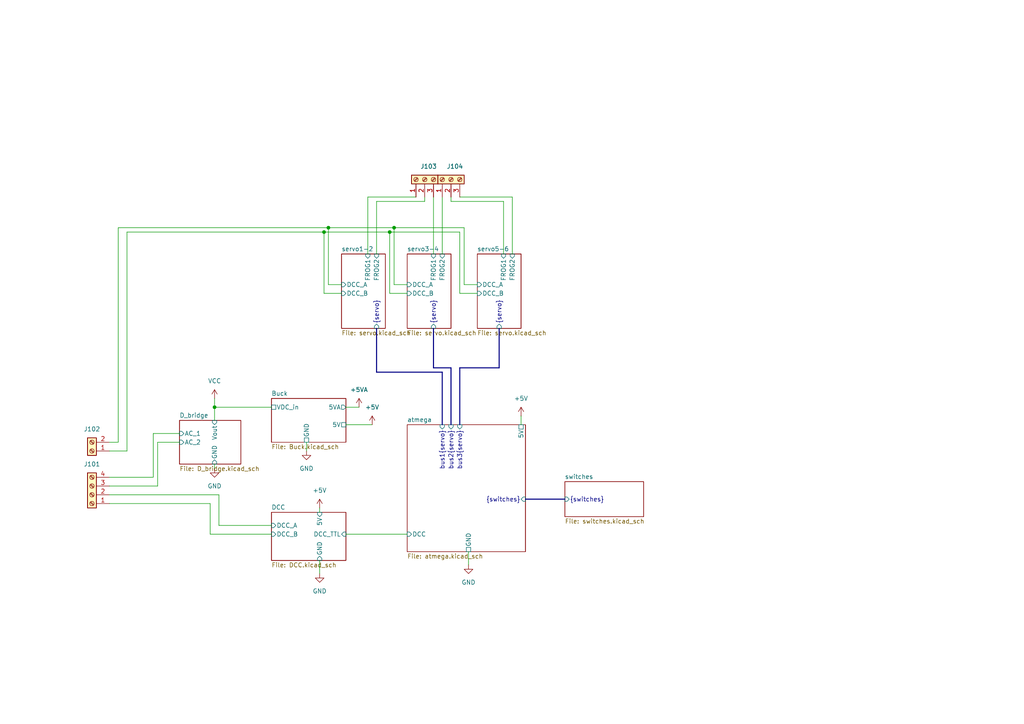
<source format=kicad_sch>
(kicad_sch (version 20231120) (generator "eeschema") (generator_version "8.0")
  (paper "A4")
  (lib_symbols
    (symbol "Connector:Screw_Terminal_01x02" (pin_names (offset 1.016) hide)
      (property "Reference" "J" (at 0 2.54 0))
      (property "Value" "Screw_Terminal_01x02" (at 0 -5.08 0))
      (symbol "Screw_Terminal_01x02_1_1"
        (rectangle (start -1.27 1.27) (end 1.27 -3.81) (stroke (width 0.254)) (fill (type background)))
        (circle (center 0 -2.54) (radius 0.635) (stroke (width 0.1524)))
        (polyline (pts (xy -0.5334 -2.2098) (xy 0.3302 -3.048)) (stroke (width 0.1524)))
        (polyline (pts (xy -0.5334 0.3302) (xy 0.3302 -0.508)) (stroke (width 0.1524)))
        (polyline (pts (xy -0.3556 -2.032) (xy 0.508 -2.8702)) (stroke (width 0.1524)))
        (polyline (pts (xy -0.3556 0.508) (xy 0.508 -0.3302)) (stroke (width 0.1524)))
        (circle (center 0 0) (radius 0.635) (stroke (width 0.1524)))
        (pin passive line (at -5.08 0 0) (length 3.81) (name "Pin_1") (number "1"))
        (pin passive line (at -5.08 -2.54 0) (length 3.81) (name "Pin_2") (number "2"))
      )
    )
    (symbol "Connector:Screw_Terminal_01x03" (pin_names (offset 1.016) hide)
      (property "Reference" "J" (at 0 5.08 0))
      (property "Value" "Screw_Terminal_01x03" (at 0 -5.08 0))
      (symbol "Screw_Terminal_01x03_1_1"
        (rectangle (start -1.27 3.81) (end 1.27 -3.81) (stroke (width 0.254)) (fill (type background)))
        (circle (center 0 -2.54) (radius 0.635) (stroke (width 0.1524)))
        (polyline (pts (xy -0.5334 -2.2098) (xy 0.3302 -3.048)) (stroke (width 0.1524)))
        (polyline (pts (xy -0.5334 0.3302) (xy 0.3302 -0.508)) (stroke (width 0.1524)))
        (polyline (pts (xy -0.5334 2.8702) (xy 0.3302 2.032)) (stroke (width 0.1524)))
        (polyline (pts (xy -0.3556 -2.032) (xy 0.508 -2.8702)) (stroke (width 0.1524)))
        (polyline (pts (xy -0.3556 0.508) (xy 0.508 -0.3302)) (stroke (width 0.1524)))
        (polyline (pts (xy -0.3556 3.048) (xy 0.508 2.2098)) (stroke (width 0.1524)))
        (circle (center 0 0) (radius 0.635) (stroke (width 0.1524)))
        (circle (center 0 2.54) (radius 0.635) (stroke (width 0.1524)))
        (pin passive line (at -5.08 2.54 0) (length 3.81) (name "Pin_1") (number "1"))
        (pin passive line (at -5.08 0 0) (length 3.81) (name "Pin_2") (number "2"))
        (pin passive line (at -5.08 -2.54 0) (length 3.81) (name "Pin_3") (number "3"))
      )
    )
    (symbol "Connector:Screw_Terminal_01x04" (pin_names (offset 1.016) hide)
      (property "Reference" "J" (at 0 5.08 0))
      (property "Value" "Screw_Terminal_01x04" (at 0 -7.62 0))
      (symbol "Screw_Terminal_01x04_1_1"
        (rectangle (start -1.27 3.81) (end 1.27 -6.35) (stroke (width 0.254)) (fill (type background)))
        (circle (center 0 -5.08) (radius 0.635) (stroke (width 0.1524)))
        (circle (center 0 -2.54) (radius 0.635) (stroke (width 0.1524)))
        (polyline (pts (xy -0.5334 -4.7498) (xy 0.3302 -5.588)) (stroke (width 0.1524)))
        (polyline (pts (xy -0.5334 -2.2098) (xy 0.3302 -3.048)) (stroke (width 0.1524)))
        (polyline (pts (xy -0.5334 0.3302) (xy 0.3302 -0.508)) (stroke (width 0.1524)))
        (polyline (pts (xy -0.5334 2.8702) (xy 0.3302 2.032)) (stroke (width 0.1524)))
        (polyline (pts (xy -0.3556 -4.572) (xy 0.508 -5.4102)) (stroke (width 0.1524)))
        (polyline (pts (xy -0.3556 -2.032) (xy 0.508 -2.8702)) (stroke (width 0.1524)))
        (polyline (pts (xy -0.3556 0.508) (xy 0.508 -0.3302)) (stroke (width 0.1524)))
        (polyline (pts (xy -0.3556 3.048) (xy 0.508 2.2098)) (stroke (width 0.1524)))
        (circle (center 0 0) (radius 0.635) (stroke (width 0.1524)))
        (circle (center 0 2.54) (radius 0.635) (stroke (width 0.1524)))
        (pin passive line (at -5.08 2.54 0) (length 3.81) (name "Pin_1") (number "1"))
        (pin passive line (at -5.08 0 0) (length 3.81) (name "Pin_2") (number "2"))
        (pin passive line (at -5.08 -2.54 0) (length 3.81) (name "Pin_3") (number "3"))
        (pin passive line (at -5.08 -5.08 0) (length 3.81) (name "Pin_4") (number "4"))
      )
    )
    (symbol "power:+5V" (power) (pin_numbers hide) (pin_names (offset 0) hide)
      (property "Value" "+5V" (at 0 3.556 0))
      (symbol "+5V_0_1"
        (polyline (pts (xy -0.762 1.27) (xy 0 2.54)))
        (polyline (pts (xy 0 0) (xy 0 2.54)))
        (polyline (pts (xy 0 2.54) (xy 0.762 1.27)))
      )
      (symbol "+5V_1_1"
        (pin power_in line (at 0 0 90) (length 0) (name "~") (number "1"))
      )
    )
    (symbol "power:+5VA" (power) (pin_names (offset 0))
      (property "Value" "+5VA" (at 0 3.556 0))
      (symbol "+5VA_0_1"
        (polyline (pts (xy -0.762 1.27) (xy 0 2.54)))
        (polyline (pts (xy 0 0) (xy 0 2.54)))
        (polyline (pts (xy 0 2.54) (xy 0.762 1.27)))
      )
      (symbol "+5VA_1_1"
        (pin power_in line (at 0 0 90) (length 0) hide (name "+5VA") (number "1"))
      )
    )
    (symbol "power:GND" (power) (pin_names (offset 0))
      (property "Value" "GND" (at 0 -3.81 0))
      (symbol "GND_0_1"
        (polyline (pts (xy 0 0) (xy 0 -1.27) (xy 1.27 -1.27) (xy 0 -2.54) (xy -1.27 -1.27) (xy 0 -1.27)))
      )
      (symbol "GND_1_1"
        (pin power_in line (at 0 0 270) (length 0) hide (name "GND") (number "1"))
      )
    )
    (symbol "power:VCC" (power) (pin_names (offset 0))
      (property "Value" "VCC" (at 0 3.81 0))
      (symbol "VCC_0_1"
        (polyline (pts (xy -0.762 1.27) (xy 0 2.54)))
        (polyline (pts (xy 0 0) (xy 0 2.54)))
        (polyline (pts (xy 0 2.54) (xy 0.762 1.27)))
      )
      (symbol "VCC_1_1"
        (pin power_in line (at 0 0 90) (length 0) hide (name "VCC") (number "1"))
      )
    )
  )
  (bus_alias "servo" (members "pin1" "pin2" "relay1" "relay2"))
  (bus_alias "switches" (members "sw1" "sw2" "sw3" "sw4" "sw5"))
  (junction (at 93.98 67.31))
  (junction (at 114.3 66.04))
  (junction (at 113.03 67.31))
  (junction (at 62.23 118.11))
  (junction (at 95.25 66.04))
  (wire (pts (xy 88.9 128.27) (xy 88.9 130.81)))
  (bus (pts (xy 144.78 106.68) (xy 144.78 95.25)))
  (bus (pts (xy 109.22 107.95) (xy 109.22 95.25)))
  (bus (pts (xy 125.73 95.25) (xy 125.73 106.68)))
  (wire (pts (xy 133.35 57.15) (xy 148.59 57.15)))
  (wire (pts (xy 31.75 130.81) (xy 36.83 130.81)))
  (wire (pts (xy 130.81 58.42) (xy 146.05 58.42)))
  (wire (pts (xy 125.73 57.15) (xy 125.73 73.66)))
  (wire (pts (xy 114.3 82.55) (xy 114.3 66.04)))
  (wire (pts (xy 93.98 67.31) (xy 113.03 67.31)))
  (wire (pts (xy 63.5 152.4) (xy 78.74 152.4)))
  (wire (pts (xy 60.96 154.94) (xy 78.74 154.94)))
  (wire (pts (xy 99.06 82.55) (xy 95.25 82.55)))
  (wire (pts (xy 118.11 82.55) (xy 114.3 82.55)))
  (wire (pts (xy 148.59 57.15) (xy 148.59 73.66)))
  (wire (pts (xy 44.45 125.73) (xy 52.07 125.73)))
  (wire (pts (xy 62.23 134.62) (xy 62.23 135.89)))
  (wire (pts (xy 138.43 82.55) (xy 134.62 82.55)))
  (wire (pts (xy 31.75 140.97) (xy 45.72 140.97)))
  (wire (pts (xy 92.71 162.56) (xy 92.71 166.37)))
  (bus (pts (xy 152.4 144.78) (xy 163.83 144.78)))
  (wire (pts (xy 133.35 67.31) (xy 133.35 85.09)))
  (wire (pts (xy 31.75 128.27) (xy 34.29 128.27)))
  (wire (pts (xy 36.83 67.31) (xy 36.83 130.81)))
  (wire (pts (xy 123.19 58.42) (xy 109.22 58.42)))
  (wire (pts (xy 128.27 57.15) (xy 128.27 73.66)))
  (wire (pts (xy 31.75 146.05) (xy 60.96 146.05)))
  (wire (pts (xy 106.68 73.66) (xy 106.68 57.15)))
  (wire (pts (xy 93.98 85.09) (xy 93.98 67.31)))
  (wire (pts (xy 63.5 143.51) (xy 63.5 152.4)))
  (wire (pts (xy 62.23 118.11) (xy 78.74 118.11)))
  (wire (pts (xy 60.96 146.05) (xy 60.96 154.94)))
  (wire (pts (xy 134.62 66.04) (xy 114.3 66.04)))
  (wire (pts (xy 109.22 58.42) (xy 109.22 73.66)))
  (wire (pts (xy 106.68 57.15) (xy 120.65 57.15)))
  (wire (pts (xy 95.25 66.04) (xy 34.29 66.04)))
  (bus (pts (xy 133.35 123.19) (xy 133.35 106.68)))
  (wire (pts (xy 31.75 143.51) (xy 63.5 143.51)))
  (bus (pts (xy 125.73 106.68) (xy 130.81 106.68)))
  (wire (pts (xy 130.81 57.15) (xy 130.81 58.42)))
  (wire (pts (xy 100.33 118.11) (xy 104.14 118.11)))
  (wire (pts (xy 62.23 115.57) (xy 62.23 118.11)))
  (wire (pts (xy 62.23 121.92) (xy 62.23 118.11)))
  (wire (pts (xy 146.05 58.42) (xy 146.05 73.66)))
  (wire (pts (xy 31.75 138.43) (xy 44.45 138.43)))
  (wire (pts (xy 36.83 67.31) (xy 93.98 67.31)))
  (wire (pts (xy 45.72 140.97) (xy 45.72 128.27)))
  (wire (pts (xy 99.06 85.09) (xy 93.98 85.09)))
  (wire (pts (xy 134.62 66.04) (xy 134.62 82.55)))
  (wire (pts (xy 151.13 120.65) (xy 151.13 123.19)))
  (wire (pts (xy 45.72 128.27) (xy 52.07 128.27)))
  (bus (pts (xy 133.35 106.68) (xy 144.78 106.68)))
  (bus (pts (xy 130.81 106.68) (xy 130.81 123.19)))
  (wire (pts (xy 113.03 67.31) (xy 113.03 85.09)))
  (wire (pts (xy 92.71 147.32) (xy 92.71 148.59)))
  (wire (pts (xy 135.89 160.02) (xy 135.89 163.83)))
  (wire (pts (xy 34.29 66.04) (xy 34.29 128.27)))
  (bus (pts (xy 128.27 107.95) (xy 109.22 107.95)))
  (wire (pts (xy 95.25 82.55) (xy 95.25 66.04)))
  (bus (pts (xy 128.27 123.19) (xy 128.27 107.95)))
  (wire (pts (xy 100.33 123.19) (xy 107.95 123.19)))
  (wire (pts (xy 113.03 85.09) (xy 118.11 85.09)))
  (wire (pts (xy 100.33 154.94) (xy 118.11 154.94)))
  (wire (pts (xy 44.45 138.43) (xy 44.45 125.73)))
  (wire (pts (xy 114.3 66.04) (xy 95.25 66.04)))
  (wire (pts (xy 133.35 85.09) (xy 138.43 85.09)))
  (wire (pts (xy 113.03 67.31) (xy 133.35 67.31)))
  (wire (pts (xy 123.19 57.15) (xy 123.19 58.42)))
  (symbol (lib_id "power:GND") (at 135.89 163.83 0) (unit 1)
    (property "Reference" "#PWR0108" (effects (hide yes)))
    (property "Value" "GND" (at 135.89 168.91 0))
  )
  (symbol (lib_id "power:GND") (at 92.71 166.37 0) (unit 1)
    (property "Reference" "#PWR0105" (effects (hide yes)))
    (property "Value" "GND" (at 92.71 171.45 0))
  )
  (symbol (lib_id "Connector:Screw_Terminal_01x02") (at 26.67 130.81 180) (unit 1)
    (property "Reference" "J102" (at 26.67 124.46 0))
    (property "Value" "Screw_Terminal_01x02" (effects (hide yes)))
    (property "Footprint" "Connector_Phoenix_MC:PhoenixContact_MC_1,5_2-G-3.5_1x02_P3.50mm_Horizontal" (effects (hide yes)))
    (property "Description" "Generic screw terminal, single row, 01x02, script generated (kicad-library-utils/schlib/autogen/connector/)" (effects (hide yes)))
    (property "JLCPCB Part#" "C22380439" (effects (hide yes)))
  )
  (symbol (lib_id "Connector:Screw_Terminal_01x03") (at 130.81 52.07 90) (unit 1)
    (property "Reference" "J104" (at 129.54 48.26 90) (effects (justify right)))
    (property "Value" "Screw_Terminal_01x03" (effects (hide yes)))
    (property "Footprint" "TerminalBlock_Phoenix:TerminalBlock_Phoenix_MKDS-1,5-3-5.08_1x03_P5.08mm_Horizontal" (effects (hide yes)))
    (property "JLCPCB Part#" "C395869" (effects (hide yes)))
  )
  (symbol (lib_id "power:+5V") (at 151.13 120.65 0) (unit 1)
    (property "Reference" "#PWR0104" (effects (hide yes)))
    (property "Value" "+5V" (at 151.13 115.57 0))
    (property "Description" "Power symbol creates a global label with name \"+5V\"" (effects (hide yes)))
  )
  (symbol (lib_id "power:GND") (at 62.23 135.89 0) (unit 1)
    (property "Reference" "#PWR0110" (effects (hide yes)))
    (property "Value" "GND" (at 62.23 140.97 0))
  )
  (symbol (lib_id "power:+5V") (at 107.95 123.19 0) (unit 1)
    (property "Reference" "#PWR0102" (effects (hide yes)))
    (property "Value" "+5V" (at 107.95 118.11 0))
    (property "Description" "Power symbol creates a global label with name \"+5V\"" (effects (hide yes)))
  )
  (symbol (lib_id "power:+5V") (at 92.71 147.32 0) (unit 1)
    (property "Reference" "#PWR0106" (effects (hide yes)))
    (property "Value" "+5V" (at 92.71 142.24 0))
    (property "Description" "Power symbol creates a global label with name \"+5V\"" (effects (hide yes)))
  )
  (symbol (lib_id "Connector:Screw_Terminal_01x03") (at 123.19 52.07 90) (unit 1)
    (property "Reference" "J103" (at 121.92 48.26 90) (effects (justify right)))
    (property "Value" "Screw_Terminal_01x03" (effects (hide yes)))
    (property "Footprint" "TerminalBlock_Phoenix:TerminalBlock_Phoenix_MKDS-1,5-3-5.08_1x03_P5.08mm_Horizontal" (effects (hide yes)))
    (property "JLCPCB Part#" "C395869" (effects (hide yes)))
  )
  (symbol (lib_id "power:+5VA") (at 104.14 118.11 0) (unit 1)
    (property "Reference" "#PWR0103" (effects (hide yes)))
    (property "Value" "+5VA" (at 104.14 113.03 0))
  )
  (symbol (lib_id "Connector:Screw_Terminal_01x04") (at 26.67 143.51 180) (unit 1)
    (property "Reference" "J101" (at 26.67 134.62 0))
    (property "Value" "Screw_Terminal_01x04" (effects (hide yes)))
    (property "Footprint" "Connector_Phoenix_MC:PhoenixContact_MC_1,5_4-G-3.5_1x04_P3.50mm_Horizontal" (effects (hide yes)))
    (property "JLCPCB Part#" "C22380441" (effects (hide yes)))
  )
  (symbol (lib_id "power:VCC") (at 62.23 115.57 0) (unit 1)
    (property "Reference" "#PWR0101" (effects (hide yes)))
    (property "Value" "VCC" (at 62.23 110.49 0))
  )
  (symbol (lib_id "power:GND") (at 88.9 130.81 0) (unit 1)
    (property "Reference" "#PWR0107" (effects (hide yes)))
    (property "Value" "GND" (at 88.9 135.89 0))
  )
  (sheet (at 99.06 73.66) (size 12.7 21.59) (stroke (width 0.1524))
    (property "Sheetname" "servo1-2" (at 99.06 72.9484 0) (effects (justify left bottom)))
    (property "Sheetfile" "servo.kicad_sch" (at 99.06 95.8346 0) (effects (justify left top)))
    (pin "{servo}" input (at 109.22 95.25 270))
    (pin "DCC_A" input (at 99.06 82.55 180))
    (pin "DCC_B" input (at 99.06 85.09 180))
    (pin "FROG1" input (at 106.68 73.66 90))
    (pin "FROG2" input (at 109.22 73.66 90))
  )
  (sheet (at 163.83 139.7) (size 22.86 10.16) (stroke (width 0.1524))
    (property "Sheetname" "switches" (at 163.83 138.9884 0) (effects (justify left bottom)))
    (property "Sheetfile" "switches.kicad_sch" (at 163.83 150.4446 0) (effects (justify left top)))
    (pin "{switches}" input (at 163.83 144.78 180))
  )
  (sheet (at 52.07 121.92) (size 17.78 12.7) (stroke (width 0.1524))
    (property "Sheetname" "D_bridge" (at 52.07 121.2084 0) (effects (justify left bottom)))
    (property "Sheetfile" "D_bridge.kicad_sch" (at 52.07 135.2046 0) (effects (justify left top)))
    (pin "GND" input (at 62.23 134.62 270))
    (pin "Vout" input (at 62.23 121.92 90))
    (pin "AC_1" input (at 52.07 125.73 180))
    (pin "AC_2" input (at 52.07 128.27 180))
  )
  (sheet (at 78.74 148.59) (size 21.59 13.97) (stroke (width 0.1524))
    (property "Sheetname" "DCC" (at 78.74 147.8784 0) (effects (justify left bottom)))
    (property "Sheetfile" "DCC.kicad_sch" (at 78.74 163.1446 0) (effects (justify left top)))
    (pin "5V" input (at 92.71 148.59 90))
    (pin "DCC_TTL" input (at 100.33 154.94 0))
    (pin "GND" input (at 92.71 162.56 270))
    (pin "DCC_A" input (at 78.74 152.4 180))
    (pin "DCC_B" input (at 78.74 154.94 180))
  )
  (sheet (at 118.11 73.66) (size 12.7 21.59) (stroke (width 0.1524))
    (property "Sheetname" "servo3-4" (at 118.11 72.9484 0) (effects (justify left bottom)))
    (property "Sheetfile" "servo.kicad_sch" (at 118.11 95.8346 0) (effects (justify left top)))
    (pin "{servo}" input (at 125.73 95.25 270))
    (pin "DCC_A" input (at 118.11 82.55 180))
    (pin "DCC_B" input (at 118.11 85.09 180))
    (pin "FROG1" input (at 125.73 73.66 90))
    (pin "FROG2" input (at 128.27 73.66 90))
  )
  (sheet (at 78.74 115.57) (size 21.59 12.7) (stroke (width 0.1524))
    (property "Sheetname" "Buck" (at 78.74 114.8584 0) (effects (justify left bottom)))
    (property "Sheetfile" "Buck.kicad_sch" (at 78.74 128.8546 0) (effects (justify left top)))
    (pin "VDC_in" passive (at 78.74 118.11 180))
    (pin "5V" passive (at 100.33 123.19 0))
    (pin "GND" passive (at 88.9 128.27 270))
    (pin "5VA" output (at 100.33 118.11 0))
  )
  (sheet (at 138.43 73.66) (size 12.7 21.59) (stroke (width 0.1524))
    (property "Sheetname" "servo5-6" (at 138.43 72.9484 0) (effects (justify left bottom)))
    (property "Sheetfile" "servo.kicad_sch" (at 138.43 95.8346 0) (effects (justify left top)))
    (pin "{servo}" input (at 144.78 95.25 270))
    (pin "DCC_A" input (at 138.43 82.55 180))
    (pin "DCC_B" input (at 138.43 85.09 180))
    (pin "FROG1" input (at 146.05 73.66 90))
    (pin "FROG2" input (at 148.59 73.66 90))
  )
  (sheet (at 118.11 123.19) (size 34.29 36.83) (stroke (width 0.1524))
    (property "Sheetname" "atmega" (at 118.11 122.4784 0) (effects (justify left bottom)))
    (property "Sheetfile" "atmega.kicad_sch" (at 118.11 160.6046 0) (effects (justify left top)))
    (pin "5V" passive (at 151.13 123.19 90))
    (pin "GND" passive (at 135.89 160.02 270))
    (pin "bus2{servo}" input (at 130.81 123.19 90))
    (pin "bus1{servo}" input (at 128.27 123.19 90))
    (pin "bus3{servo}" input (at 133.35 123.19 90))
    (pin "{switches}" input (at 152.4 144.78 0))
    (pin "DCC" input (at 118.11 154.94 180))
  )
)
</source>
